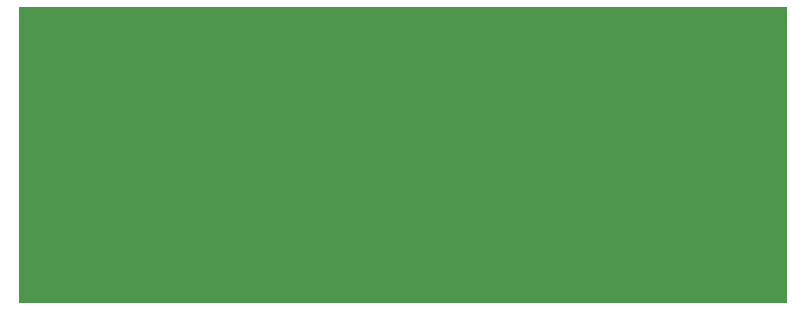
<source format=gbr>
G04 DipTrace 3.3.1.3*
G04 crowbar-revA-Board.gbr*
%MOMM*%
G04 #@! TF.FileFunction,Drawing,Board polygon*
G04 #@! TF.Part,Single*
%FSLAX35Y35*%
G04*
G71*
G90*
G75*
G01*
G04 BoardPoly*
%LPD*%
G36*
X0Y0D2*
Y2500000D1*
X6500000D1*
Y0D1*
X0D1*
G37*
M02*

</source>
